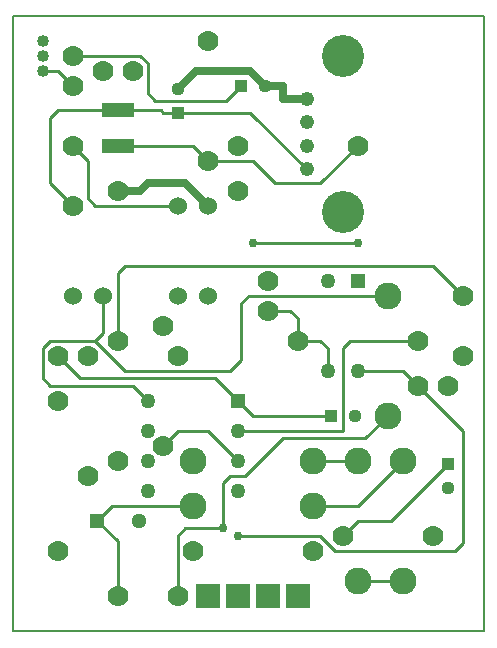
<source format=gbr>
G04 PROTEUS GERBER X2 FILE*
%TF.GenerationSoftware,Labcenter,Proteus,8.5-SP0-Build22067*%
%TF.CreationDate,2019-11-03T13:44:13+00:00*%
%TF.FileFunction,Copper,L1,Top*%
%TF.FilePolarity,Positive*%
%TF.Part,Single*%
%FSLAX45Y45*%
%MOMM*%
G01*
%TA.AperFunction,Conductor*%
%ADD10C,0.254000*%
%ADD11C,0.635000*%
%TA.AperFunction,ViaPad*%
%ADD12C,0.762000*%
%TA.AperFunction,ComponentPad*%
%ADD13R,2.032000X2.032000*%
%TA.AperFunction,WasherPad*%
%ADD14R,1.280000X1.280000*%
%TA.AperFunction,ComponentPad*%
%ADD15C,1.280000*%
%TA.AperFunction,WasherPad*%
%ADD16C,1.219200*%
%ADD17C,3.556000*%
%TA.AperFunction,ComponentPad*%
%ADD18C,1.778000*%
%ADD19C,2.286000*%
%TA.AperFunction,WasherPad*%
%ADD70R,1.120000X1.120000*%
%TA.AperFunction,ComponentPad*%
%ADD71C,1.120000*%
%TA.AperFunction,SMDPad,CuDef*%
%ADD20R,2.692400X1.143000*%
%TA.AperFunction,ComponentPad*%
%ADD21R,1.270000X1.270000*%
%ADD22C,1.270000*%
%ADD23C,1.016000*%
%ADD24C,1.524000*%
%TA.AperFunction,Profile*%
%ADD25C,0.203200*%
D10*
X+1016000Y-1143000D02*
X+635000Y-1143000D01*
X-1191000Y-1651000D02*
X-1016000Y-1826000D01*
X-1016000Y-2286000D01*
X-1191000Y-1651000D02*
X-1064000Y-1524000D01*
X-381000Y-1524000D01*
X+635000Y-1524000D02*
X+1016000Y-1524000D01*
X+1397000Y-1143000D01*
X-1016000Y-127000D02*
X-1016000Y+444500D01*
X-952500Y+508000D01*
X+1651000Y+508000D01*
X+1905000Y+254000D01*
X-635000Y-1016000D02*
X-508000Y-889000D01*
X-254000Y-889000D01*
X+0Y-1143000D01*
X-1206500Y-127000D02*
X-952500Y-381000D01*
X-63500Y-381000D01*
X+27856Y-289644D01*
X+27856Y+190500D01*
X+91356Y+254000D01*
X+1270000Y+254000D01*
X-1206500Y-127000D02*
X-1587500Y-127000D01*
X-1651000Y-190500D01*
X-1651000Y-444500D01*
X-1587500Y-508000D01*
X-889000Y-508000D01*
X-762000Y-635000D01*
X-1206500Y-127000D02*
X-1143000Y-63500D01*
X-1143000Y+254000D01*
X+0Y-635000D02*
X-190500Y-444500D01*
X-1333500Y-444500D01*
X-1524000Y-254000D01*
X+0Y-635000D02*
X+127000Y-762000D01*
X+789000Y-762000D01*
X+0Y-889000D02*
X+889000Y-889000D01*
X+889000Y-190500D01*
X+952500Y-127000D01*
X+1524000Y-127000D01*
X+1524000Y-508000D02*
X+1397000Y-381000D01*
X+1016000Y-381000D01*
X+1524000Y-508000D02*
X+1905000Y-889000D01*
X+1905000Y-1841500D01*
X+1841500Y-1905000D01*
X+825500Y-1905000D01*
X+698500Y-1778000D01*
X+0Y-1778000D01*
X-508000Y+1016000D02*
X-1206500Y+1016000D01*
X-1270000Y+1079500D01*
X-1270000Y+1397000D01*
X-1397000Y+1524000D01*
X-127000Y-1714500D02*
X-444500Y-1714500D01*
X-508000Y-1778000D01*
X-508000Y-2286000D01*
X-127000Y-1714500D02*
X-127000Y-1333500D01*
X-63500Y-1270000D01*
X+63500Y-1270000D01*
X+381000Y-952500D01*
X+1079500Y-952500D01*
X+1270000Y-762000D01*
X+889000Y-1778000D02*
X+1016000Y-1651000D01*
X+1297000Y-1651000D01*
X+1778000Y-1170000D01*
X+127000Y+698500D02*
X+1016000Y+698500D01*
X+27000Y+2032000D02*
X-100000Y+1905000D01*
X-698500Y+1905000D01*
X-762000Y+1968500D01*
X-762000Y+2222500D01*
X-825500Y+2286000D01*
X-1397000Y+2286000D01*
X-254000Y+1397000D02*
X+127000Y+1397000D01*
X+317500Y+1206500D01*
X+698500Y+1206500D01*
X+1016000Y+1524000D01*
X-254000Y+1397000D02*
X-381000Y+1524000D01*
X-1016000Y+1524000D01*
X-1397000Y+2032000D02*
X-1524000Y+2159000D01*
X-1651000Y+2159000D01*
X-508000Y+1805000D02*
X+100660Y+1805000D01*
X+581660Y+1324000D01*
X-1016000Y+1824000D02*
X-1524000Y+1824000D01*
X-1587500Y+1760500D01*
X-1587500Y+1206500D01*
X-1397000Y+1016000D01*
X-508000Y+1805000D02*
X-635000Y+1805000D01*
X-654000Y+1824000D01*
X-1016000Y+1824000D01*
D11*
X-1016000Y+1143000D02*
X-825500Y+1143000D01*
X-762000Y+1206500D01*
X-444500Y+1206500D01*
X-254000Y+1016000D01*
X+581660Y+1924000D02*
X+381000Y+1924000D01*
X+381000Y+2032000D01*
X+227000Y+2032000D01*
X+100000Y+2159000D01*
X-354000Y+2159000D01*
X-508000Y+2005000D01*
D10*
X+508000Y-127000D02*
X+698500Y-127000D01*
X+762001Y-190501D01*
X+762000Y-381000D01*
X+762001Y-381000D01*
X+254000Y+127000D02*
X+444500Y+127000D01*
X+508000Y+63500D01*
X+508000Y-127000D01*
X+1397000Y-2159000D02*
X+1016000Y-2159000D01*
D12*
X+0Y-1778000D03*
X-127000Y-1714500D03*
X+1016000Y+698500D03*
X+127000Y+698500D03*
D13*
X-254000Y-2286000D03*
X+0Y-2286000D03*
X+254000Y-2286000D03*
X+508000Y-2286000D03*
D14*
X-1191000Y-1651000D03*
D15*
X-841000Y-1651000D03*
D16*
X+581660Y+1924000D03*
X+581660Y+1724000D03*
X+581660Y+1524000D03*
X+581660Y+1324000D03*
D17*
X+889000Y+2284400D03*
X+889000Y+963600D03*
D18*
X-381000Y-1905000D03*
X+635000Y-1905000D03*
D19*
X+635000Y-1143000D03*
X-381000Y-1143000D03*
X+635000Y-1524000D03*
X-381000Y-1524000D03*
X+1016000Y-2159000D03*
X+1016000Y-1143000D03*
X+1397000Y-2159000D03*
X+1397000Y-1143000D03*
D18*
X-1270000Y-254000D03*
X-1270000Y-1270000D03*
X-1016000Y-127000D03*
X-1016000Y-1143000D03*
X-635000Y+0D03*
X-635000Y-1016000D03*
X+1905000Y-254000D03*
X+1905000Y+254000D03*
X-1016000Y-2286000D03*
X-508000Y-2286000D03*
D70*
X+1778000Y-1170000D03*
D71*
X+1778000Y-1370000D03*
D70*
X+789000Y-762000D03*
D71*
X+989000Y-762000D03*
D18*
X+1524000Y-508000D03*
X+1778000Y-508000D03*
D70*
X+27000Y+2032000D03*
D71*
X+227000Y+2032000D03*
D18*
X+254000Y+127000D03*
X+254000Y+381000D03*
X-1143000Y+2159000D03*
X-889000Y+2159000D03*
X-1524000Y-1905000D03*
X-1524000Y-635000D03*
X+508000Y-127000D03*
X+1524000Y-127000D03*
D70*
X-508000Y+1805000D03*
D71*
X-508000Y+2005000D03*
D19*
X+1270000Y+254000D03*
X+1270000Y-762000D03*
D18*
X+1651000Y-1778000D03*
X+889000Y-1778000D03*
X-1397000Y+1524000D03*
X-1397000Y+2286000D03*
D20*
X-1016000Y+1524000D03*
X-1016000Y+1824000D03*
D21*
X+0Y-635000D03*
D22*
X+0Y-889000D03*
X+0Y-1143000D03*
X+0Y-1397000D03*
X-762000Y-1397000D03*
X-762000Y-1143000D03*
X-762000Y-889000D03*
X-762000Y-635000D03*
D18*
X-508000Y-254000D03*
X-1524000Y-254000D03*
X+1016000Y+1524000D03*
X+0Y+1524000D03*
X+0Y+1143000D03*
X-1016000Y+1143000D03*
X-254000Y+2413000D03*
X-254000Y+1397000D03*
X-1397000Y+2032000D03*
X-1397000Y+1016000D03*
D21*
X+1016000Y+381000D03*
D22*
X+762000Y+381000D03*
X+762000Y-381000D03*
X+1016000Y-381000D03*
D23*
X-1651000Y+2159000D03*
X-1651000Y+2286000D03*
X-1651000Y+2413000D03*
D24*
X-508000Y+1016000D03*
X-254000Y+1016000D03*
X-1143000Y+254000D03*
X-1397000Y+254000D03*
X-254000Y+254000D03*
X-508000Y+254000D03*
D25*
X-1904000Y-2587000D02*
X+2085000Y-2587000D01*
X+2085000Y+2620000D01*
X-1904000Y+2620000D01*
X-1904000Y-2587000D01*
M02*

</source>
